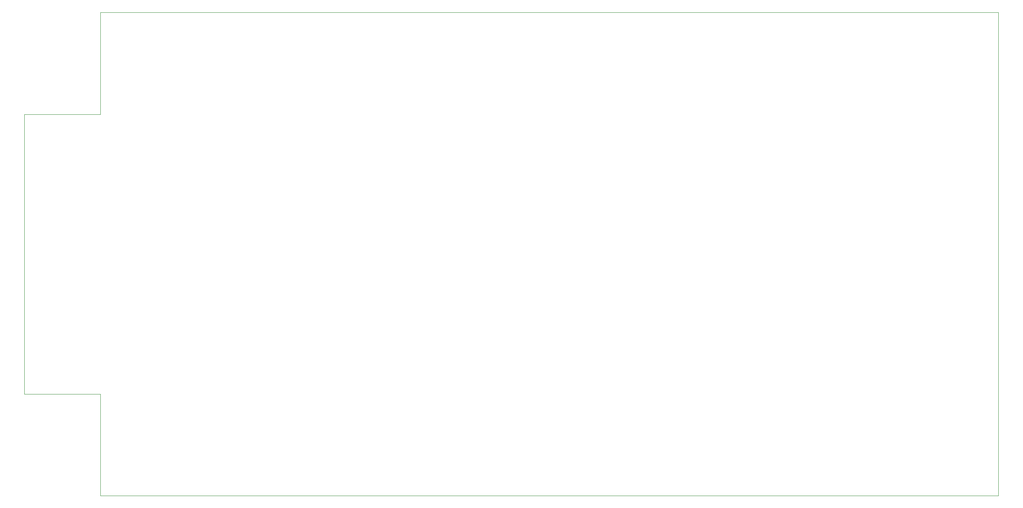
<source format=gm1>
%TF.GenerationSoftware,KiCad,Pcbnew,8.0.3*%
%TF.CreationDate,2024-06-16T17:33:32+02:00*%
%TF.ProjectId,csa_ultrabus_v2,6373615f-756c-4747-9261-6275735f7632,rev?*%
%TF.SameCoordinates,Original*%
%TF.FileFunction,Profile,NP*%
%FSLAX46Y46*%
G04 Gerber Fmt 4.6, Leading zero omitted, Abs format (unit mm)*
G04 Created by KiCad (PCBNEW 8.0.3) date 2024-06-16 17:33:32*
%MOMM*%
%LPD*%
G01*
G04 APERTURE LIST*
%TA.AperFunction,Profile*%
%ADD10C,0.050000*%
%TD*%
G04 APERTURE END LIST*
D10*
X52832000Y-154957612D02*
X243789200Y-154957612D01*
X52832000Y-52188194D02*
X52832000Y-73914000D01*
X36703000Y-73914000D02*
X52832000Y-73914000D01*
X243789200Y-52197000D02*
X52832000Y-52197000D01*
X52832000Y-133350000D02*
X52832000Y-154957612D01*
X243789200Y-154957612D02*
X243789200Y-52197000D01*
X36703000Y-133350000D02*
X52832000Y-133350000D01*
X36703000Y-73939400D02*
X36703000Y-133324600D01*
M02*

</source>
